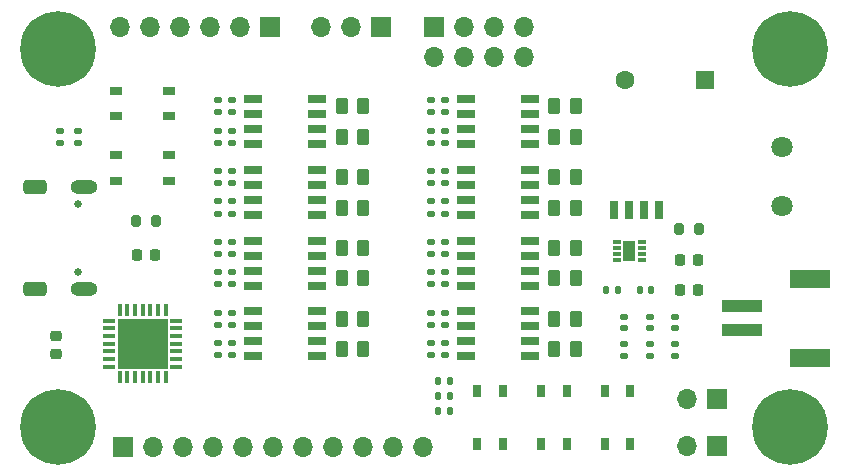
<source format=gbs>
%TF.GenerationSoftware,KiCad,Pcbnew,7.0.10*%
%TF.CreationDate,2024-04-09T11:26:52+02:00*%
%TF.ProjectId,SolarCurveTracer,536f6c61-7243-4757-9276-655472616365,v1.0*%
%TF.SameCoordinates,Original*%
%TF.FileFunction,Soldermask,Bot*%
%TF.FilePolarity,Negative*%
%FSLAX46Y46*%
G04 Gerber Fmt 4.6, Leading zero omitted, Abs format (unit mm)*
G04 Created by KiCad (PCBNEW 7.0.10) date 2024-04-09 11:26:52*
%MOMM*%
%LPD*%
G01*
G04 APERTURE LIST*
G04 Aperture macros list*
%AMRoundRect*
0 Rectangle with rounded corners*
0 $1 Rounding radius*
0 $2 $3 $4 $5 $6 $7 $8 $9 X,Y pos of 4 corners*
0 Add a 4 corners polygon primitive as box body*
4,1,4,$2,$3,$4,$5,$6,$7,$8,$9,$2,$3,0*
0 Add four circle primitives for the rounded corners*
1,1,$1+$1,$2,$3*
1,1,$1+$1,$4,$5*
1,1,$1+$1,$6,$7*
1,1,$1+$1,$8,$9*
0 Add four rect primitives between the rounded corners*
20,1,$1+$1,$2,$3,$4,$5,0*
20,1,$1+$1,$4,$5,$6,$7,0*
20,1,$1+$1,$6,$7,$8,$9,0*
20,1,$1+$1,$8,$9,$2,$3,0*%
G04 Aperture macros list end*
%ADD10C,0.650000*%
%ADD11O,2.304000X1.204000*%
%ADD12RoundRect,0.301000X-0.701000X0.301000X-0.701000X-0.301000X0.701000X-0.301000X0.701000X0.301000X0*%
%ADD13C,6.400000*%
%ADD14RoundRect,0.135000X-0.135000X-0.185000X0.135000X-0.185000X0.135000X0.185000X-0.135000X0.185000X0*%
%ADD15RoundRect,0.147500X0.172500X-0.147500X0.172500X0.147500X-0.172500X0.147500X-0.172500X-0.147500X0*%
%ADD16RoundRect,0.250000X-0.262500X-0.450000X0.262500X-0.450000X0.262500X0.450000X-0.262500X0.450000X0*%
%ADD17RoundRect,0.135000X-0.185000X0.135000X-0.185000X-0.135000X0.185000X-0.135000X0.185000X0.135000X0*%
%ADD18C,1.803400*%
%ADD19R,1.700000X1.700000*%
%ADD20O,1.700000X1.700000*%
%ADD21RoundRect,0.225000X0.250000X-0.225000X0.250000X0.225000X-0.250000X0.225000X-0.250000X-0.225000X0*%
%ADD22R,0.750000X1.000000*%
%ADD23RoundRect,0.250000X0.262500X0.450000X-0.262500X0.450000X-0.262500X-0.450000X0.262500X-0.450000X0*%
%ADD24RoundRect,0.225000X0.225000X0.250000X-0.225000X0.250000X-0.225000X-0.250000X0.225000X-0.250000X0*%
%ADD25R,1.525000X0.700000*%
%ADD26RoundRect,0.135000X0.185000X-0.135000X0.185000X0.135000X-0.185000X0.135000X-0.185000X-0.135000X0*%
%ADD27R,1.600000X1.600000*%
%ADD28C,1.600000*%
%ADD29R,0.350000X1.050000*%
%ADD30R,1.050000X0.350000*%
%ADD31R,4.200000X4.200000*%
%ADD32RoundRect,0.218750X-0.218750X-0.256250X0.218750X-0.256250X0.218750X0.256250X-0.218750X0.256250X0*%
%ADD33R,1.000000X0.750000*%
%ADD34R,0.700000X1.600000*%
%ADD35RoundRect,0.200000X0.200000X0.275000X-0.200000X0.275000X-0.200000X-0.275000X0.200000X-0.275000X0*%
%ADD36RoundRect,0.140000X-0.170000X0.140000X-0.170000X-0.140000X0.170000X-0.140000X0.170000X0.140000X0*%
%ADD37R,0.700000X0.300000*%
%ADD38R,1.000000X1.700000*%
%ADD39RoundRect,0.140000X-0.140000X-0.170000X0.140000X-0.170000X0.140000X0.170000X-0.140000X0.170000X0*%
%ADD40R,3.505200X0.990600*%
%ADD41R,3.403600X1.498600*%
G04 APERTURE END LIST*
D10*
%TO.C,J101*%
X120012000Y-99660000D03*
X120012000Y-105440000D03*
D11*
X120512000Y-98230000D03*
X120512000Y-106870000D03*
D12*
X116332000Y-98230000D03*
X116332000Y-106870000D03*
%TD*%
D13*
%TO.C,H2*%
X118300000Y-86550000D03*
%TD*%
%TO.C,H4*%
X180300000Y-86550000D03*
%TD*%
%TO.C,H3*%
X118300000Y-118550000D03*
%TD*%
%TO.C,H1*%
X180300000Y-118550000D03*
%TD*%
D14*
%TO.C,R211*%
X150493000Y-114681000D03*
X151513000Y-114681000D03*
%TD*%
D15*
%TO.C,D203*%
X166243000Y-110213000D03*
X166243000Y-109243000D03*
%TD*%
D16*
%TO.C,RLS3*%
X160328500Y-99979000D03*
X162153500Y-99979000D03*
%TD*%
D17*
%TO.C,R620*%
X151041000Y-99469000D03*
X151041000Y-100489000D03*
%TD*%
D16*
%TO.C,RLS6*%
X160328500Y-109379000D03*
X162153500Y-109379000D03*
%TD*%
D17*
%TO.C,R627*%
X149841000Y-96869000D03*
X149841000Y-97889000D03*
%TD*%
%TO.C,R614*%
X131841000Y-105469000D03*
X131841000Y-106489000D03*
%TD*%
D18*
%TO.C,J002*%
X179578000Y-94869000D03*
X179578000Y-99869000D03*
%TD*%
D19*
%TO.C,J005*%
X174117000Y-120142000D03*
D20*
X171577000Y-120142000D03*
%TD*%
D17*
%TO.C,R615*%
X131841000Y-108869000D03*
X131841000Y-109889000D03*
%TD*%
%TO.C,R630*%
X149841000Y-105469000D03*
X149841000Y-106489000D03*
%TD*%
D21*
%TO.C,C701*%
X118110000Y-112408000D03*
X118110000Y-110858000D03*
%TD*%
D22*
%TO.C,S203*%
X164592000Y-120015000D03*
X164592000Y-115515000D03*
X166742000Y-115515000D03*
X166742000Y-120015000D03*
%TD*%
D17*
%TO.C,R607*%
X133041000Y-108869000D03*
X133041000Y-109889000D03*
%TD*%
D23*
%TO.C,RLP2*%
X144153500Y-97379000D03*
X142328500Y-97379000D03*
%TD*%
D19*
%TO.C,J202*%
X136271000Y-84709000D03*
D20*
X133731000Y-84709000D03*
X131191000Y-84709000D03*
X128651000Y-84709000D03*
X126111000Y-84709000D03*
X123571000Y-84709000D03*
%TD*%
D24*
%TO.C,C502*%
X172479000Y-106984800D03*
X170929000Y-106984800D03*
%TD*%
D17*
%TO.C,R612*%
X131841000Y-99469000D03*
X131841000Y-100489000D03*
%TD*%
%TO.C,R609*%
X131841000Y-90869000D03*
X131841000Y-91889000D03*
%TD*%
%TO.C,R611*%
X131841000Y-96869000D03*
X131841000Y-97889000D03*
%TD*%
%TO.C,R625*%
X149841000Y-90869000D03*
X149841000Y-91889000D03*
%TD*%
%TO.C,R622*%
X151041000Y-105469000D03*
X151041000Y-106489000D03*
%TD*%
D25*
%TO.C,Q608*%
X152829000Y-112584000D03*
X152829000Y-111314000D03*
X152829000Y-110044000D03*
X152829000Y-108774000D03*
X158253000Y-108774000D03*
X158253000Y-110044000D03*
X158253000Y-111314000D03*
X158253000Y-112584000D03*
%TD*%
%TO.C,Q605*%
X152829000Y-94584000D03*
X152829000Y-93314000D03*
X152829000Y-92044000D03*
X152829000Y-90774000D03*
X158253000Y-90774000D03*
X158253000Y-92044000D03*
X158253000Y-93314000D03*
X158253000Y-94584000D03*
%TD*%
D26*
%TO.C,R204*%
X170561000Y-112524000D03*
X170561000Y-111504000D03*
%TD*%
D24*
%TO.C,C501*%
X172479000Y-104444800D03*
X170929000Y-104444800D03*
%TD*%
D17*
%TO.C,R605*%
X133041000Y-102869000D03*
X133041000Y-103889000D03*
%TD*%
D26*
%TO.C,R207*%
X118491000Y-94518000D03*
X118491000Y-93498000D03*
%TD*%
D17*
%TO.C,R610*%
X131841000Y-93469000D03*
X131841000Y-94489000D03*
%TD*%
D19*
%TO.C,J201*%
X145654000Y-84709000D03*
D20*
X143114000Y-84709000D03*
X140574000Y-84709000D03*
%TD*%
D27*
%TO.C,SC01*%
X173072000Y-89154000D03*
D28*
X166272000Y-89154000D03*
%TD*%
D17*
%TO.C,R617*%
X151041000Y-90869000D03*
X151041000Y-91889000D03*
%TD*%
%TO.C,R631*%
X149841000Y-108869000D03*
X149841000Y-109889000D03*
%TD*%
D25*
%TO.C,Q603*%
X134829000Y-106584000D03*
X134829000Y-105314000D03*
X134829000Y-104044000D03*
X134829000Y-102774000D03*
X140253000Y-102774000D03*
X140253000Y-104044000D03*
X140253000Y-105314000D03*
X140253000Y-106584000D03*
%TD*%
D17*
%TO.C,R613*%
X131841000Y-102869000D03*
X131841000Y-103889000D03*
%TD*%
%TO.C,R604*%
X133041000Y-99469000D03*
X133041000Y-100489000D03*
%TD*%
D22*
%TO.C,S204*%
X159199000Y-120008000D03*
X159199000Y-115508000D03*
X161349000Y-115508000D03*
X161349000Y-120008000D03*
%TD*%
D23*
%TO.C,RLP5*%
X144153500Y-105979000D03*
X142328500Y-105979000D03*
%TD*%
D22*
%TO.C,S205*%
X153797000Y-120015000D03*
X153797000Y-115515000D03*
X155947000Y-115515000D03*
X155947000Y-120015000D03*
%TD*%
D17*
%TO.C,R632*%
X149841000Y-111469000D03*
X149841000Y-112489000D03*
%TD*%
D26*
%TO.C,R205*%
X168402000Y-112524000D03*
X168402000Y-111504000D03*
%TD*%
D17*
%TO.C,R601*%
X133041000Y-90869000D03*
X133041000Y-91889000D03*
%TD*%
D15*
%TO.C,D202*%
X168402000Y-110213000D03*
X168402000Y-109243000D03*
%TD*%
D16*
%TO.C,RLS0*%
X160328500Y-91379000D03*
X162153500Y-91379000D03*
%TD*%
D23*
%TO.C,RLP0*%
X144153500Y-91379000D03*
X142328500Y-91379000D03*
%TD*%
D19*
%TO.C,J203*%
X123825000Y-120269000D03*
D20*
X126365000Y-120269000D03*
X128905000Y-120269000D03*
X131445000Y-120269000D03*
X133985000Y-120269000D03*
X136525000Y-120269000D03*
X139065000Y-120269000D03*
X141605000Y-120269000D03*
X144145000Y-120269000D03*
X146685000Y-120269000D03*
X149225000Y-120269000D03*
%TD*%
D29*
%TO.C,IC701*%
X127426000Y-114356000D03*
X126776000Y-114356000D03*
X126126000Y-114356000D03*
X125476000Y-114356000D03*
X124826000Y-114356000D03*
X124176000Y-114356000D03*
X123526000Y-114356000D03*
D30*
X122626000Y-113456000D03*
X122626000Y-112806000D03*
X122626000Y-112156000D03*
X122626000Y-111506000D03*
X122626000Y-110856000D03*
X122626000Y-110206000D03*
X122626000Y-109556000D03*
D29*
X123526000Y-108656000D03*
X124176000Y-108656000D03*
X124826000Y-108656000D03*
X125476000Y-108656000D03*
X126126000Y-108656000D03*
X126776000Y-108656000D03*
X127426000Y-108656000D03*
D30*
X128326000Y-109556000D03*
X128326000Y-110206000D03*
X128326000Y-110856000D03*
X128326000Y-111506000D03*
X128326000Y-112156000D03*
X128326000Y-112806000D03*
X128326000Y-113456000D03*
D31*
X125476000Y-111506000D03*
%TD*%
D32*
%TO.C,ON1*%
X124942500Y-104013000D03*
X126517500Y-104013000D03*
%TD*%
D33*
%TO.C,S201*%
X127726000Y-92261000D03*
X123226000Y-92261000D03*
X123226000Y-90111000D03*
X127726000Y-90111000D03*
%TD*%
D17*
%TO.C,R629*%
X149841000Y-102869000D03*
X149841000Y-103889000D03*
%TD*%
%TO.C,R608*%
X133041000Y-111469000D03*
X133041000Y-112489000D03*
%TD*%
%TO.C,R603*%
X133041000Y-96869000D03*
X133041000Y-97889000D03*
%TD*%
D34*
%TO.C,IC501*%
X169216000Y-100203000D03*
X167946000Y-100203000D03*
X166676000Y-100203000D03*
X165406000Y-100203000D03*
%TD*%
D23*
%TO.C,RLP7*%
X144153500Y-111979000D03*
X142328500Y-111979000D03*
%TD*%
D25*
%TO.C,Q602*%
X134829000Y-100584000D03*
X134829000Y-99314000D03*
X134829000Y-98044000D03*
X134829000Y-96774000D03*
X140253000Y-96774000D03*
X140253000Y-98044000D03*
X140253000Y-99314000D03*
X140253000Y-100584000D03*
%TD*%
D17*
%TO.C,R618*%
X151041000Y-93469000D03*
X151041000Y-94489000D03*
%TD*%
D14*
%TO.C,R210*%
X150493000Y-117221000D03*
X151513000Y-117221000D03*
%TD*%
D16*
%TO.C,RLS5*%
X160328500Y-105979000D03*
X162153500Y-105979000D03*
%TD*%
D17*
%TO.C,R606*%
X133041000Y-105469000D03*
X133041000Y-106489000D03*
%TD*%
D14*
%TO.C,R212*%
X150493000Y-115951000D03*
X151513000Y-115951000D03*
%TD*%
D17*
%TO.C,R619*%
X151041000Y-96869000D03*
X151041000Y-97889000D03*
%TD*%
%TO.C,R623*%
X151041000Y-108869000D03*
X151041000Y-109889000D03*
%TD*%
D35*
%TO.C,R501*%
X172529000Y-101801000D03*
X170879000Y-101801000D03*
%TD*%
D17*
%TO.C,R616*%
X131841000Y-111469000D03*
X131841000Y-112489000D03*
%TD*%
D25*
%TO.C,Q601*%
X134829000Y-94584000D03*
X134829000Y-93314000D03*
X134829000Y-92044000D03*
X134829000Y-90774000D03*
X140253000Y-90774000D03*
X140253000Y-92044000D03*
X140253000Y-93314000D03*
X140253000Y-94584000D03*
%TD*%
D15*
%TO.C,D201*%
X170561000Y-110213000D03*
X170561000Y-109243000D03*
%TD*%
D16*
%TO.C,RLS2*%
X160328500Y-97379000D03*
X162153500Y-97379000D03*
%TD*%
D17*
%TO.C,R628*%
X149841000Y-99469000D03*
X149841000Y-100489000D03*
%TD*%
D16*
%TO.C,RLS1*%
X160328500Y-93979000D03*
X162153500Y-93979000D03*
%TD*%
D17*
%TO.C,R624*%
X151041000Y-111469000D03*
X151041000Y-112489000D03*
%TD*%
D36*
%TO.C,C213*%
X120015000Y-93528000D03*
X120015000Y-94488000D03*
%TD*%
D16*
%TO.C,RLS4*%
X160328500Y-103379000D03*
X162153500Y-103379000D03*
%TD*%
D19*
%TO.C,J004*%
X174117000Y-116205000D03*
D20*
X171577000Y-116205000D03*
%TD*%
D17*
%TO.C,R602*%
X133041000Y-93469000D03*
X133041000Y-94489000D03*
%TD*%
D23*
%TO.C,RLP1*%
X144153500Y-93979000D03*
X142328500Y-93979000D03*
%TD*%
D25*
%TO.C,Q604*%
X134829000Y-112584000D03*
X134829000Y-111314000D03*
X134829000Y-110044000D03*
X134829000Y-108774000D03*
X140253000Y-108774000D03*
X140253000Y-110044000D03*
X140253000Y-111314000D03*
X140253000Y-112584000D03*
%TD*%
D17*
%TO.C,R626*%
X149841000Y-93469000D03*
X149841000Y-94489000D03*
%TD*%
D37*
%TO.C,IC502*%
X165608000Y-104394000D03*
X165608000Y-103894000D03*
X165608000Y-103394000D03*
X165608000Y-102894000D03*
X167708000Y-102894000D03*
X167708000Y-103394000D03*
X167708000Y-103894000D03*
X167708000Y-104394000D03*
D38*
X166658000Y-103644000D03*
%TD*%
D39*
%TO.C,C503*%
X167541000Y-106934000D03*
X168501000Y-106934000D03*
%TD*%
D23*
%TO.C,RLP4*%
X144153500Y-103379000D03*
X142328500Y-103379000D03*
%TD*%
D33*
%TO.C,S202*%
X127726000Y-97722000D03*
X123226000Y-97722000D03*
X123226000Y-95572000D03*
X127726000Y-95572000D03*
%TD*%
D16*
%TO.C,RLS7*%
X160328500Y-111979000D03*
X162153500Y-111979000D03*
%TD*%
D35*
%TO.C,R104*%
X126555000Y-101092000D03*
X124905000Y-101092000D03*
%TD*%
D17*
%TO.C,R621*%
X151041000Y-102869000D03*
X151041000Y-103889000D03*
%TD*%
D23*
%TO.C,RLP3*%
X144153500Y-99979000D03*
X142328500Y-99979000D03*
%TD*%
%TO.C,RLP6*%
X144153500Y-109379000D03*
X142328500Y-109379000D03*
%TD*%
D25*
%TO.C,Q607*%
X152829000Y-106584000D03*
X152829000Y-105314000D03*
X152829000Y-104044000D03*
X152829000Y-102774000D03*
X158253000Y-102774000D03*
X158253000Y-104044000D03*
X158253000Y-105314000D03*
X158253000Y-106584000D03*
%TD*%
D26*
%TO.C,R206*%
X166243000Y-112524000D03*
X166243000Y-111504000D03*
%TD*%
D25*
%TO.C,Q606*%
X152829000Y-100584000D03*
X152829000Y-99314000D03*
X152829000Y-98044000D03*
X152829000Y-96774000D03*
X158253000Y-96774000D03*
X158253000Y-98044000D03*
X158253000Y-99314000D03*
X158253000Y-100584000D03*
%TD*%
D14*
%TO.C,R003*%
X164717000Y-106934000D03*
X165737000Y-106934000D03*
%TD*%
D40*
%TO.C,J003*%
X176241700Y-108346999D03*
X176241700Y-110347001D03*
D41*
X181991701Y-105996999D03*
X181991701Y-112697001D03*
%TD*%
D19*
%TO.C,J001*%
X150114000Y-84709000D03*
D20*
X150114000Y-87249000D03*
X152654000Y-84709000D03*
X152654000Y-87249000D03*
X155194000Y-84709000D03*
X155194000Y-87249000D03*
X157734000Y-84709000D03*
X157734000Y-87249000D03*
%TD*%
M02*

</source>
